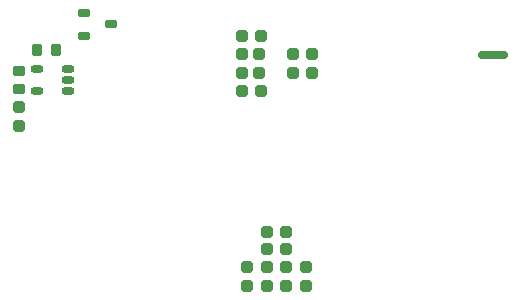
<source format=gbp>
%FSLAX44Y44*%
%MOMM*%
G71*
G01*
G75*
G04 Layer_Color=128*
G04:AMPARAMS|DCode=10|XSize=1.6mm|YSize=2mm|CornerRadius=0.248mm|HoleSize=0mm|Usage=FLASHONLY|Rotation=180.000|XOffset=0mm|YOffset=0mm|HoleType=Round|Shape=RoundedRectangle|*
%AMROUNDEDRECTD10*
21,1,1.6000,1.5040,0,0,180.0*
21,1,1.1040,2.0000,0,0,180.0*
1,1,0.4960,-0.5520,0.7520*
1,1,0.4960,0.5520,0.7520*
1,1,0.4960,0.5520,-0.7520*
1,1,0.4960,-0.5520,-0.7520*
%
%ADD10ROUNDEDRECTD10*%
G04:AMPARAMS|DCode=11|XSize=1mm|YSize=0.95mm|CornerRadius=0.1995mm|HoleSize=0mm|Usage=FLASHONLY|Rotation=0.000|XOffset=0mm|YOffset=0mm|HoleType=Round|Shape=RoundedRectangle|*
%AMROUNDEDRECTD11*
21,1,1.0000,0.5510,0,0,0.0*
21,1,0.6010,0.9500,0,0,0.0*
1,1,0.3990,0.3005,-0.2755*
1,1,0.3990,-0.3005,-0.2755*
1,1,0.3990,-0.3005,0.2755*
1,1,0.3990,0.3005,0.2755*
%
%ADD11ROUNDEDRECTD11*%
G04:AMPARAMS|DCode=12|XSize=1.05mm|YSize=0.65mm|CornerRadius=0.2015mm|HoleSize=0mm|Usage=FLASHONLY|Rotation=90.000|XOffset=0mm|YOffset=0mm|HoleType=Round|Shape=RoundedRectangle|*
%AMROUNDEDRECTD12*
21,1,1.0500,0.2470,0,0,90.0*
21,1,0.6470,0.6500,0,0,90.0*
1,1,0.4030,0.1235,0.3235*
1,1,0.4030,0.1235,-0.3235*
1,1,0.4030,-0.1235,-0.3235*
1,1,0.4030,-0.1235,0.3235*
%
%ADD12ROUNDEDRECTD12*%
G04:AMPARAMS|DCode=13|XSize=1mm|YSize=0.9mm|CornerRadius=0.198mm|HoleSize=0mm|Usage=FLASHONLY|Rotation=180.000|XOffset=0mm|YOffset=0mm|HoleType=Round|Shape=RoundedRectangle|*
%AMROUNDEDRECTD13*
21,1,1.0000,0.5040,0,0,180.0*
21,1,0.6040,0.9000,0,0,180.0*
1,1,0.3960,-0.3020,0.2520*
1,1,0.3960,0.3020,0.2520*
1,1,0.3960,0.3020,-0.2520*
1,1,0.3960,-0.3020,-0.2520*
%
%ADD13ROUNDEDRECTD13*%
G04:AMPARAMS|DCode=14|XSize=1.05mm|YSize=0.65mm|CornerRadius=0.2015mm|HoleSize=0mm|Usage=FLASHONLY|Rotation=180.000|XOffset=0mm|YOffset=0mm|HoleType=Round|Shape=RoundedRectangle|*
%AMROUNDEDRECTD14*
21,1,1.0500,0.2470,0,0,180.0*
21,1,0.6470,0.6500,0,0,180.0*
1,1,0.4030,-0.3235,0.1235*
1,1,0.4030,0.3235,0.1235*
1,1,0.4030,0.3235,-0.1235*
1,1,0.4030,-0.3235,-0.1235*
%
%ADD14ROUNDEDRECTD14*%
G04:AMPARAMS|DCode=15|XSize=1mm|YSize=0.9mm|CornerRadius=0.198mm|HoleSize=0mm|Usage=FLASHONLY|Rotation=90.000|XOffset=0mm|YOffset=0mm|HoleType=Round|Shape=RoundedRectangle|*
%AMROUNDEDRECTD15*
21,1,1.0000,0.5040,0,0,90.0*
21,1,0.6040,0.9000,0,0,90.0*
1,1,0.3960,0.2520,0.3020*
1,1,0.3960,0.2520,-0.3020*
1,1,0.3960,-0.2520,-0.3020*
1,1,0.3960,-0.2520,0.3020*
%
%ADD15ROUNDEDRECTD15*%
G04:AMPARAMS|DCode=16|XSize=3.3mm|YSize=2.5mm|CornerRadius=0.2mm|HoleSize=0mm|Usage=FLASHONLY|Rotation=270.000|XOffset=0mm|YOffset=0mm|HoleType=Round|Shape=RoundedRectangle|*
%AMROUNDEDRECTD16*
21,1,3.3000,2.1000,0,0,270.0*
21,1,2.9000,2.5000,0,0,270.0*
1,1,0.4000,-1.0500,-1.4500*
1,1,0.4000,-1.0500,1.4500*
1,1,0.4000,1.0500,1.4500*
1,1,0.4000,1.0500,-1.4500*
%
%ADD16ROUNDEDRECTD16*%
G04:AMPARAMS|DCode=17|XSize=1.45mm|YSize=1.15mm|CornerRadius=0.2013mm|HoleSize=0mm|Usage=FLASHONLY|Rotation=270.000|XOffset=0mm|YOffset=0mm|HoleType=Round|Shape=RoundedRectangle|*
%AMROUNDEDRECTD17*
21,1,1.4500,0.7475,0,0,270.0*
21,1,1.0475,1.1500,0,0,270.0*
1,1,0.4025,-0.3738,-0.5238*
1,1,0.4025,-0.3738,0.5238*
1,1,0.4025,0.3738,0.5238*
1,1,0.4025,0.3738,-0.5238*
%
%ADD17ROUNDEDRECTD17*%
G04:AMPARAMS|DCode=18|XSize=1.2mm|YSize=0.6mm|CornerRadius=0.201mm|HoleSize=0mm|Usage=FLASHONLY|Rotation=270.000|XOffset=0mm|YOffset=0mm|HoleType=Round|Shape=RoundedRectangle|*
%AMROUNDEDRECTD18*
21,1,1.2000,0.1980,0,0,270.0*
21,1,0.7980,0.6000,0,0,270.0*
1,1,0.4020,-0.0990,-0.3990*
1,1,0.4020,-0.0990,0.3990*
1,1,0.4020,0.0990,0.3990*
1,1,0.4020,0.0990,-0.3990*
%
%ADD18ROUNDEDRECTD18*%
G04:AMPARAMS|DCode=19|XSize=1.9mm|YSize=1.2mm|CornerRadius=0.198mm|HoleSize=0mm|Usage=FLASHONLY|Rotation=0.000|XOffset=0mm|YOffset=0mm|HoleType=Round|Shape=RoundedRectangle|*
%AMROUNDEDRECTD19*
21,1,1.9000,0.8040,0,0,0.0*
21,1,1.5040,1.2000,0,0,0.0*
1,1,0.3960,0.7520,-0.4020*
1,1,0.3960,-0.7520,-0.4020*
1,1,0.3960,-0.7520,0.4020*
1,1,0.3960,0.7520,0.4020*
%
%ADD19ROUNDEDRECTD19*%
G04:AMPARAMS|DCode=20|XSize=2.5mm|YSize=1.7mm|CornerRadius=0.204mm|HoleSize=0mm|Usage=FLASHONLY|Rotation=270.000|XOffset=0mm|YOffset=0mm|HoleType=Round|Shape=RoundedRectangle|*
%AMROUNDEDRECTD20*
21,1,2.5000,1.2920,0,0,270.0*
21,1,2.0920,1.7000,0,0,270.0*
1,1,0.4080,-0.6460,-1.0460*
1,1,0.4080,-0.6460,1.0460*
1,1,0.4080,0.6460,1.0460*
1,1,0.4080,0.6460,-1.0460*
%
%ADD20ROUNDEDRECTD20*%
G04:AMPARAMS|DCode=21|XSize=2.7mm|YSize=1.2mm|CornerRadius=0.21mm|HoleSize=0mm|Usage=FLASHONLY|Rotation=90.000|XOffset=0mm|YOffset=0mm|HoleType=Round|Shape=RoundedRectangle|*
%AMROUNDEDRECTD21*
21,1,2.7000,0.7800,0,0,90.0*
21,1,2.2800,1.2000,0,0,90.0*
1,1,0.4200,0.3900,1.1400*
1,1,0.4200,0.3900,-1.1400*
1,1,0.4200,-0.3900,-1.1400*
1,1,0.4200,-0.3900,1.1400*
%
%ADD21ROUNDEDRECTD21*%
G04:AMPARAMS|DCode=22|XSize=1mm|YSize=0.95mm|CornerRadius=0.1995mm|HoleSize=0mm|Usage=FLASHONLY|Rotation=270.000|XOffset=0mm|YOffset=0mm|HoleType=Round|Shape=RoundedRectangle|*
%AMROUNDEDRECTD22*
21,1,1.0000,0.5510,0,0,270.0*
21,1,0.6010,0.9500,0,0,270.0*
1,1,0.3990,-0.2755,-0.3005*
1,1,0.3990,-0.2755,0.3005*
1,1,0.3990,0.2755,0.3005*
1,1,0.3990,0.2755,-0.3005*
%
%ADD22ROUNDEDRECTD22*%
G04:AMPARAMS|DCode=23|XSize=0.7mm|YSize=1mm|CornerRadius=0.175mm|HoleSize=0mm|Usage=FLASHONLY|Rotation=90.000|XOffset=0mm|YOffset=0mm|HoleType=Round|Shape=RoundedRectangle|*
%AMROUNDEDRECTD23*
21,1,0.7000,0.6500,0,0,90.0*
21,1,0.3500,1.0000,0,0,90.0*
1,1,0.3500,0.3250,0.1750*
1,1,0.3500,0.3250,-0.1750*
1,1,0.3500,-0.3250,-0.1750*
1,1,0.3500,-0.3250,0.1750*
%
%ADD23ROUNDEDRECTD23*%
G04:AMPARAMS|DCode=24|XSize=0.8mm|YSize=2mm|CornerRadius=0.2mm|HoleSize=0mm|Usage=FLASHONLY|Rotation=90.000|XOffset=0mm|YOffset=0mm|HoleType=Round|Shape=RoundedRectangle|*
%AMROUNDEDRECTD24*
21,1,0.8000,1.6000,0,0,90.0*
21,1,0.4000,2.0000,0,0,90.0*
1,1,0.4000,0.8000,0.2000*
1,1,0.4000,0.8000,-0.2000*
1,1,0.4000,-0.8000,-0.2000*
1,1,0.4000,-0.8000,0.2000*
%
%ADD24ROUNDEDRECTD24*%
G04:AMPARAMS|DCode=25|XSize=1.45mm|YSize=0.95mm|CornerRadius=0.1995mm|HoleSize=0mm|Usage=FLASHONLY|Rotation=0.000|XOffset=0mm|YOffset=0mm|HoleType=Round|Shape=RoundedRectangle|*
%AMROUNDEDRECTD25*
21,1,1.4500,0.5510,0,0,0.0*
21,1,1.0510,0.9500,0,0,0.0*
1,1,0.3990,0.5255,-0.2755*
1,1,0.3990,-0.5255,-0.2755*
1,1,0.3990,-0.5255,0.2755*
1,1,0.3990,0.5255,0.2755*
%
%ADD25ROUNDEDRECTD25*%
%ADD26O,1.5500X0.6000*%
G04:AMPARAMS|DCode=27|XSize=5.2mm|YSize=2mm|CornerRadius=0.25mm|HoleSize=0mm|Usage=FLASHONLY|Rotation=270.000|XOffset=0mm|YOffset=0mm|HoleType=Round|Shape=RoundedRectangle|*
%AMROUNDEDRECTD27*
21,1,5.2000,1.5000,0,0,270.0*
21,1,4.7000,2.0000,0,0,270.0*
1,1,0.5000,-0.7500,-2.3500*
1,1,0.5000,-0.7500,2.3500*
1,1,0.5000,0.7500,2.3500*
1,1,0.5000,0.7500,-2.3500*
%
%ADD27ROUNDEDRECTD27*%
G04:AMPARAMS|DCode=28|XSize=2.5mm|YSize=1.7mm|CornerRadius=0.204mm|HoleSize=0mm|Usage=FLASHONLY|Rotation=180.000|XOffset=0mm|YOffset=0mm|HoleType=Round|Shape=RoundedRectangle|*
%AMROUNDEDRECTD28*
21,1,2.5000,1.2920,0,0,180.0*
21,1,2.0920,1.7000,0,0,180.0*
1,1,0.4080,-1.0460,0.6460*
1,1,0.4080,1.0460,0.6460*
1,1,0.4080,1.0460,-0.6460*
1,1,0.4080,-1.0460,-0.6460*
%
%ADD28ROUNDEDRECTD28*%
G04:AMPARAMS|DCode=29|XSize=3.3mm|YSize=1.65mm|CornerRadius=0.198mm|HoleSize=0mm|Usage=FLASHONLY|Rotation=180.000|XOffset=0mm|YOffset=0mm|HoleType=Round|Shape=RoundedRectangle|*
%AMROUNDEDRECTD29*
21,1,3.3000,1.2540,0,0,180.0*
21,1,2.9040,1.6500,0,0,180.0*
1,1,0.3960,-1.4520,0.6270*
1,1,0.3960,1.4520,0.6270*
1,1,0.3960,1.4520,-0.6270*
1,1,0.3960,-1.4520,-0.6270*
%
%ADD29ROUNDEDRECTD29*%
G04:AMPARAMS|DCode=30|XSize=1.2mm|YSize=2mm|CornerRadius=0.3mm|HoleSize=0mm|Usage=FLASHONLY|Rotation=270.000|XOffset=0mm|YOffset=0mm|HoleType=Round|Shape=RoundedRectangle|*
%AMROUNDEDRECTD30*
21,1,1.2000,1.4000,0,0,270.0*
21,1,0.6000,2.0000,0,0,270.0*
1,1,0.6000,-0.7000,-0.3000*
1,1,0.6000,-0.7000,0.3000*
1,1,0.6000,0.7000,0.3000*
1,1,0.6000,0.7000,-0.3000*
%
%ADD30ROUNDEDRECTD30*%
%ADD31O,2.5000X0.7000*%
%ADD32O,0.7000X2.5000*%
G04:AMPARAMS|DCode=33|XSize=0.67mm|YSize=0.67mm|CornerRadius=0.1508mm|HoleSize=0mm|Usage=FLASHONLY|Rotation=180.000|XOffset=0mm|YOffset=0mm|HoleType=Round|Shape=RoundedRectangle|*
%AMROUNDEDRECTD33*
21,1,0.6700,0.3685,0,0,180.0*
21,1,0.3685,0.6700,0,0,180.0*
1,1,0.3015,-0.1843,0.1843*
1,1,0.3015,0.1843,0.1843*
1,1,0.3015,0.1843,-0.1843*
1,1,0.3015,-0.1843,-0.1843*
%
%ADD33ROUNDEDRECTD33*%
G04:AMPARAMS|DCode=34|XSize=1.1mm|YSize=0.6mm|CornerRadius=0.201mm|HoleSize=0mm|Usage=FLASHONLY|Rotation=0.000|XOffset=0mm|YOffset=0mm|HoleType=Round|Shape=RoundedRectangle|*
%AMROUNDEDRECTD34*
21,1,1.1000,0.1980,0,0,0.0*
21,1,0.6980,0.6000,0,0,0.0*
1,1,0.4020,0.3490,-0.0990*
1,1,0.4020,-0.3490,-0.0990*
1,1,0.4020,-0.3490,0.0990*
1,1,0.4020,0.3490,0.0990*
%
%ADD34ROUNDEDRECTD34*%
%ADD35O,1.5000X0.5000*%
%ADD36O,0.5000X2.5000*%
G04:AMPARAMS|DCode=37|XSize=0.7mm|YSize=1.5mm|CornerRadius=0.175mm|HoleSize=0mm|Usage=FLASHONLY|Rotation=90.000|XOffset=0mm|YOffset=0mm|HoleType=Round|Shape=RoundedRectangle|*
%AMROUNDEDRECTD37*
21,1,0.7000,1.1500,0,0,90.0*
21,1,0.3500,1.5000,0,0,90.0*
1,1,0.3500,0.5750,0.1750*
1,1,0.3500,0.5750,-0.1750*
1,1,0.3500,-0.5750,-0.1750*
1,1,0.3500,-0.5750,0.1750*
%
%ADD37ROUNDEDRECTD37*%
%ADD38O,2.5000X0.5000*%
%ADD39C,0.5000*%
%ADD40C,0.4000*%
%ADD41C,0.8000*%
%ADD42C,0.6000*%
%ADD43C,0.6500*%
%ADD44C,0.2500*%
%ADD45C,0.7000*%
%ADD46C,1.5000*%
%ADD47C,2.0000*%
%ADD48C,2.0000*%
%ADD49C,2.2000*%
%ADD50C,1.3000*%
G04:AMPARAMS|DCode=51|XSize=1.3mm|YSize=1.3mm|CornerRadius=0.325mm|HoleSize=0mm|Usage=FLASHONLY|Rotation=0.000|XOffset=0mm|YOffset=0mm|HoleType=Round|Shape=RoundedRectangle|*
%AMROUNDEDRECTD51*
21,1,1.3000,0.6500,0,0,0.0*
21,1,0.6500,1.3000,0,0,0.0*
1,1,0.6500,0.3250,-0.3250*
1,1,0.6500,-0.3250,-0.3250*
1,1,0.6500,-0.3250,0.3250*
1,1,0.6500,0.3250,0.3250*
%
%ADD51ROUNDEDRECTD51*%
G04:AMPARAMS|DCode=52|XSize=1.3mm|YSize=1.3mm|CornerRadius=0.1625mm|HoleSize=0mm|Usage=FLASHONLY|Rotation=270.000|XOffset=0mm|YOffset=0mm|HoleType=Round|Shape=RoundedRectangle|*
%AMROUNDEDRECTD52*
21,1,1.3000,0.9750,0,0,270.0*
21,1,0.9750,1.3000,0,0,270.0*
1,1,0.3250,-0.4875,-0.4875*
1,1,0.3250,-0.4875,0.4875*
1,1,0.3250,0.4875,0.4875*
1,1,0.3250,0.4875,-0.4875*
%
%ADD52ROUNDEDRECTD52*%
%ADD53R,2.5000X5.0000*%
%ADD54R,5.0000X2.5000*%
%ADD55O,2.0000X1.3000*%
%ADD56R,1.6000X1.6000*%
%ADD57C,1.6000*%
G04:AMPARAMS|DCode=58|XSize=1.6mm|YSize=1.6mm|CornerRadius=0.2mm|HoleSize=0mm|Usage=FLASHONLY|Rotation=270.000|XOffset=0mm|YOffset=0mm|HoleType=Round|Shape=RoundedRectangle|*
%AMROUNDEDRECTD58*
21,1,1.6000,1.2000,0,0,270.0*
21,1,1.2000,1.6000,0,0,270.0*
1,1,0.4000,-0.6000,-0.6000*
1,1,0.4000,-0.6000,0.6000*
1,1,0.4000,0.6000,0.6000*
1,1,0.4000,0.6000,-0.6000*
%
%ADD58ROUNDEDRECTD58*%
%ADD59C,1.8000*%
G04:AMPARAMS|DCode=60|XSize=1.4mm|YSize=1.4mm|CornerRadius=0.175mm|HoleSize=0mm|Usage=FLASHONLY|Rotation=270.000|XOffset=0mm|YOffset=0mm|HoleType=Round|Shape=RoundedRectangle|*
%AMROUNDEDRECTD60*
21,1,1.4000,1.0500,0,0,270.0*
21,1,1.0500,1.4000,0,0,270.0*
1,1,0.3500,-0.5250,-0.5250*
1,1,0.3500,-0.5250,0.5250*
1,1,0.3500,0.5250,0.5250*
1,1,0.3500,0.5250,-0.5250*
%
%ADD60ROUNDEDRECTD60*%
%ADD61C,2.5000*%
G04:AMPARAMS|DCode=62|XSize=1mm|YSize=1mm|CornerRadius=0.25mm|HoleSize=0mm|Usage=FLASHONLY|Rotation=180.000|XOffset=0mm|YOffset=0mm|HoleType=Round|Shape=RoundedRectangle|*
%AMROUNDEDRECTD62*
21,1,1.0000,0.5000,0,0,180.0*
21,1,0.5000,1.0000,0,0,180.0*
1,1,0.5000,-0.2500,0.2500*
1,1,0.5000,0.2500,0.2500*
1,1,0.5000,0.2500,-0.2500*
1,1,0.5000,-0.2500,-0.2500*
%
%ADD62ROUNDEDRECTD62*%
%ADD63C,7.0000*%
%ADD64C,1.0000*%
G04:AMPARAMS|DCode=65|XSize=0.7mm|YSize=2.5mm|CornerRadius=0.175mm|HoleSize=0mm|Usage=FLASHONLY|Rotation=270.000|XOffset=0mm|YOffset=0mm|HoleType=Round|Shape=RoundedRectangle|*
%AMROUNDEDRECTD65*
21,1,0.7000,2.1500,0,0,270.0*
21,1,0.3500,2.5000,0,0,270.0*
1,1,0.3500,-1.0750,-0.1750*
1,1,0.3500,-1.0750,0.1750*
1,1,0.3500,1.0750,0.1750*
1,1,0.3500,1.0750,-0.1750*
%
%ADD65ROUNDEDRECTD65*%
%ADD66C,0.2000*%
%ADD67C,0.3000*%
%ADD68C,0.1500*%
%ADD69C,0.1000*%
%ADD70C,0.2540*%
G04:AMPARAMS|DCode=71|XSize=1.75mm|YSize=2.15mm|CornerRadius=0.323mm|HoleSize=0mm|Usage=FLASHONLY|Rotation=180.000|XOffset=0mm|YOffset=0mm|HoleType=Round|Shape=RoundedRectangle|*
%AMROUNDEDRECTD71*
21,1,1.7500,1.5040,0,0,180.0*
21,1,1.1040,2.1500,0,0,180.0*
1,1,0.6460,-0.5520,0.7520*
1,1,0.6460,0.5520,0.7520*
1,1,0.6460,0.5520,-0.7520*
1,1,0.6460,-0.5520,-0.7520*
%
%ADD71ROUNDEDRECTD71*%
G04:AMPARAMS|DCode=72|XSize=1.15mm|YSize=1.1mm|CornerRadius=0.2745mm|HoleSize=0mm|Usage=FLASHONLY|Rotation=0.000|XOffset=0mm|YOffset=0mm|HoleType=Round|Shape=RoundedRectangle|*
%AMROUNDEDRECTD72*
21,1,1.1500,0.5510,0,0,0.0*
21,1,0.6010,1.1000,0,0,0.0*
1,1,0.5490,0.3005,-0.2755*
1,1,0.5490,-0.3005,-0.2755*
1,1,0.5490,-0.3005,0.2755*
1,1,0.5490,0.3005,0.2755*
%
%ADD72ROUNDEDRECTD72*%
G04:AMPARAMS|DCode=73|XSize=1.2mm|YSize=0.8mm|CornerRadius=0.2765mm|HoleSize=0mm|Usage=FLASHONLY|Rotation=90.000|XOffset=0mm|YOffset=0mm|HoleType=Round|Shape=RoundedRectangle|*
%AMROUNDEDRECTD73*
21,1,1.2000,0.2470,0,0,90.0*
21,1,0.6470,0.8000,0,0,90.0*
1,1,0.5530,0.1235,0.3235*
1,1,0.5530,0.1235,-0.3235*
1,1,0.5530,-0.1235,-0.3235*
1,1,0.5530,-0.1235,0.3235*
%
%ADD73ROUNDEDRECTD73*%
G04:AMPARAMS|DCode=74|XSize=1.15mm|YSize=1.05mm|CornerRadius=0.273mm|HoleSize=0mm|Usage=FLASHONLY|Rotation=180.000|XOffset=0mm|YOffset=0mm|HoleType=Round|Shape=RoundedRectangle|*
%AMROUNDEDRECTD74*
21,1,1.1500,0.5040,0,0,180.0*
21,1,0.6040,1.0500,0,0,180.0*
1,1,0.5460,-0.3020,0.2520*
1,1,0.5460,0.3020,0.2520*
1,1,0.5460,0.3020,-0.2520*
1,1,0.5460,-0.3020,-0.2520*
%
%ADD74ROUNDEDRECTD74*%
G04:AMPARAMS|DCode=75|XSize=1.2mm|YSize=0.8mm|CornerRadius=0.2765mm|HoleSize=0mm|Usage=FLASHONLY|Rotation=180.000|XOffset=0mm|YOffset=0mm|HoleType=Round|Shape=RoundedRectangle|*
%AMROUNDEDRECTD75*
21,1,1.2000,0.2470,0,0,180.0*
21,1,0.6470,0.8000,0,0,180.0*
1,1,0.5530,-0.3235,0.1235*
1,1,0.5530,0.3235,0.1235*
1,1,0.5530,0.3235,-0.1235*
1,1,0.5530,-0.3235,-0.1235*
%
%ADD75ROUNDEDRECTD75*%
G04:AMPARAMS|DCode=76|XSize=1.15mm|YSize=1.05mm|CornerRadius=0.273mm|HoleSize=0mm|Usage=FLASHONLY|Rotation=90.000|XOffset=0mm|YOffset=0mm|HoleType=Round|Shape=RoundedRectangle|*
%AMROUNDEDRECTD76*
21,1,1.1500,0.5040,0,0,90.0*
21,1,0.6040,1.0500,0,0,90.0*
1,1,0.5460,0.2520,0.3020*
1,1,0.5460,0.2520,-0.3020*
1,1,0.5460,-0.2520,-0.3020*
1,1,0.5460,-0.2520,0.3020*
%
%ADD76ROUNDEDRECTD76*%
G04:AMPARAMS|DCode=77|XSize=3.45mm|YSize=2.65mm|CornerRadius=0.275mm|HoleSize=0mm|Usage=FLASHONLY|Rotation=270.000|XOffset=0mm|YOffset=0mm|HoleType=Round|Shape=RoundedRectangle|*
%AMROUNDEDRECTD77*
21,1,3.4500,2.1000,0,0,270.0*
21,1,2.9000,2.6500,0,0,270.0*
1,1,0.5500,-1.0500,-1.4500*
1,1,0.5500,-1.0500,1.4500*
1,1,0.5500,1.0500,1.4500*
1,1,0.5500,1.0500,-1.4500*
%
%ADD77ROUNDEDRECTD77*%
G04:AMPARAMS|DCode=78|XSize=1.6mm|YSize=1.3mm|CornerRadius=0.2763mm|HoleSize=0mm|Usage=FLASHONLY|Rotation=270.000|XOffset=0mm|YOffset=0mm|HoleType=Round|Shape=RoundedRectangle|*
%AMROUNDEDRECTD78*
21,1,1.6000,0.7475,0,0,270.0*
21,1,1.0475,1.3000,0,0,270.0*
1,1,0.5525,-0.3738,-0.5238*
1,1,0.5525,-0.3738,0.5238*
1,1,0.5525,0.3738,0.5238*
1,1,0.5525,0.3738,-0.5238*
%
%ADD78ROUNDEDRECTD78*%
G04:AMPARAMS|DCode=79|XSize=1.35mm|YSize=0.75mm|CornerRadius=0.276mm|HoleSize=0mm|Usage=FLASHONLY|Rotation=270.000|XOffset=0mm|YOffset=0mm|HoleType=Round|Shape=RoundedRectangle|*
%AMROUNDEDRECTD79*
21,1,1.3500,0.1980,0,0,270.0*
21,1,0.7980,0.7500,0,0,270.0*
1,1,0.5520,-0.0990,-0.3990*
1,1,0.5520,-0.0990,0.3990*
1,1,0.5520,0.0990,0.3990*
1,1,0.5520,0.0990,-0.3990*
%
%ADD79ROUNDEDRECTD79*%
G04:AMPARAMS|DCode=80|XSize=2.05mm|YSize=1.35mm|CornerRadius=0.273mm|HoleSize=0mm|Usage=FLASHONLY|Rotation=0.000|XOffset=0mm|YOffset=0mm|HoleType=Round|Shape=RoundedRectangle|*
%AMROUNDEDRECTD80*
21,1,2.0500,0.8040,0,0,0.0*
21,1,1.5040,1.3500,0,0,0.0*
1,1,0.5460,0.7520,-0.4020*
1,1,0.5460,-0.7520,-0.4020*
1,1,0.5460,-0.7520,0.4020*
1,1,0.5460,0.7520,0.4020*
%
%ADD80ROUNDEDRECTD80*%
G04:AMPARAMS|DCode=81|XSize=2.65mm|YSize=1.85mm|CornerRadius=0.279mm|HoleSize=0mm|Usage=FLASHONLY|Rotation=270.000|XOffset=0mm|YOffset=0mm|HoleType=Round|Shape=RoundedRectangle|*
%AMROUNDEDRECTD81*
21,1,2.6500,1.2920,0,0,270.0*
21,1,2.0920,1.8500,0,0,270.0*
1,1,0.5580,-0.6460,-1.0460*
1,1,0.5580,-0.6460,1.0460*
1,1,0.5580,0.6460,1.0460*
1,1,0.5580,0.6460,-1.0460*
%
%ADD81ROUNDEDRECTD81*%
G04:AMPARAMS|DCode=82|XSize=2.85mm|YSize=1.35mm|CornerRadius=0.285mm|HoleSize=0mm|Usage=FLASHONLY|Rotation=90.000|XOffset=0mm|YOffset=0mm|HoleType=Round|Shape=RoundedRectangle|*
%AMROUNDEDRECTD82*
21,1,2.8500,0.7800,0,0,90.0*
21,1,2.2800,1.3500,0,0,90.0*
1,1,0.5700,0.3900,1.1400*
1,1,0.5700,0.3900,-1.1400*
1,1,0.5700,-0.3900,-1.1400*
1,1,0.5700,-0.3900,1.1400*
%
%ADD82ROUNDEDRECTD82*%
G04:AMPARAMS|DCode=83|XSize=1.15mm|YSize=1.1mm|CornerRadius=0.2745mm|HoleSize=0mm|Usage=FLASHONLY|Rotation=270.000|XOffset=0mm|YOffset=0mm|HoleType=Round|Shape=RoundedRectangle|*
%AMROUNDEDRECTD83*
21,1,1.1500,0.5510,0,0,270.0*
21,1,0.6010,1.1000,0,0,270.0*
1,1,0.5490,-0.2755,-0.3005*
1,1,0.5490,-0.2755,0.3005*
1,1,0.5490,0.2755,0.3005*
1,1,0.5490,0.2755,-0.3005*
%
%ADD83ROUNDEDRECTD83*%
G04:AMPARAMS|DCode=84|XSize=0.9032mm|YSize=1.2032mm|CornerRadius=0.2766mm|HoleSize=0mm|Usage=FLASHONLY|Rotation=90.000|XOffset=0mm|YOffset=0mm|HoleType=Round|Shape=RoundedRectangle|*
%AMROUNDEDRECTD84*
21,1,0.9032,0.6500,0,0,90.0*
21,1,0.3500,1.2032,0,0,90.0*
1,1,0.5532,0.3250,0.1750*
1,1,0.5532,0.3250,-0.1750*
1,1,0.5532,-0.3250,-0.1750*
1,1,0.5532,-0.3250,0.1750*
%
%ADD84ROUNDEDRECTD84*%
G04:AMPARAMS|DCode=85|XSize=1.0032mm|YSize=2.2032mm|CornerRadius=0.3016mm|HoleSize=0mm|Usage=FLASHONLY|Rotation=90.000|XOffset=0mm|YOffset=0mm|HoleType=Round|Shape=RoundedRectangle|*
%AMROUNDEDRECTD85*
21,1,1.0032,1.6000,0,0,90.0*
21,1,0.4000,2.2032,0,0,90.0*
1,1,0.6032,0.8000,0.2000*
1,1,0.6032,0.8000,-0.2000*
1,1,0.6032,-0.8000,-0.2000*
1,1,0.6032,-0.8000,0.2000*
%
%ADD85ROUNDEDRECTD85*%
G04:AMPARAMS|DCode=86|XSize=1.55mm|YSize=1.05mm|CornerRadius=0.2495mm|HoleSize=0mm|Usage=FLASHONLY|Rotation=0.000|XOffset=0mm|YOffset=0mm|HoleType=Round|Shape=RoundedRectangle|*
%AMROUNDEDRECTD86*
21,1,1.5500,0.5510,0,0,0.0*
21,1,1.0510,1.0500,0,0,0.0*
1,1,0.4990,0.5255,-0.2755*
1,1,0.4990,-0.5255,-0.2755*
1,1,0.4990,-0.5255,0.2755*
1,1,0.4990,0.5255,0.2755*
%
%ADD86ROUNDEDRECTD86*%
%ADD87O,1.7000X0.7500*%
G04:AMPARAMS|DCode=88|XSize=5.35mm|YSize=2.15mm|CornerRadius=0.325mm|HoleSize=0mm|Usage=FLASHONLY|Rotation=270.000|XOffset=0mm|YOffset=0mm|HoleType=Round|Shape=RoundedRectangle|*
%AMROUNDEDRECTD88*
21,1,5.3500,1.5000,0,0,270.0*
21,1,4.7000,2.1500,0,0,270.0*
1,1,0.6500,-0.7500,-2.3500*
1,1,0.6500,-0.7500,2.3500*
1,1,0.6500,0.7500,2.3500*
1,1,0.6500,0.7500,-2.3500*
%
%ADD88ROUNDEDRECTD88*%
G04:AMPARAMS|DCode=89|XSize=2.65mm|YSize=1.85mm|CornerRadius=0.279mm|HoleSize=0mm|Usage=FLASHONLY|Rotation=180.000|XOffset=0mm|YOffset=0mm|HoleType=Round|Shape=RoundedRectangle|*
%AMROUNDEDRECTD89*
21,1,2.6500,1.2920,0,0,180.0*
21,1,2.0920,1.8500,0,0,180.0*
1,1,0.5580,-1.0460,0.6460*
1,1,0.5580,1.0460,0.6460*
1,1,0.5580,1.0460,-0.6460*
1,1,0.5580,-1.0460,-0.6460*
%
%ADD89ROUNDEDRECTD89*%
G04:AMPARAMS|DCode=90|XSize=3.45mm|YSize=1.8mm|CornerRadius=0.273mm|HoleSize=0mm|Usage=FLASHONLY|Rotation=180.000|XOffset=0mm|YOffset=0mm|HoleType=Round|Shape=RoundedRectangle|*
%AMROUNDEDRECTD90*
21,1,3.4500,1.2540,0,0,180.0*
21,1,2.9040,1.8000,0,0,180.0*
1,1,0.5460,-1.4520,0.6270*
1,1,0.5460,1.4520,0.6270*
1,1,0.5460,1.4520,-0.6270*
1,1,0.5460,-1.4520,-0.6270*
%
%ADD90ROUNDEDRECTD90*%
G04:AMPARAMS|DCode=91|XSize=1.3mm|YSize=2.1mm|CornerRadius=0.35mm|HoleSize=0mm|Usage=FLASHONLY|Rotation=270.000|XOffset=0mm|YOffset=0mm|HoleType=Round|Shape=RoundedRectangle|*
%AMROUNDEDRECTD91*
21,1,1.3000,1.4000,0,0,270.0*
21,1,0.6000,2.1000,0,0,270.0*
1,1,0.7000,-0.7000,-0.3000*
1,1,0.7000,-0.7000,0.3000*
1,1,0.7000,0.7000,0.3000*
1,1,0.7000,0.7000,-0.3000*
%
%ADD91ROUNDEDRECTD91*%
%ADD92O,2.6500X0.8500*%
%ADD93O,0.8500X2.6500*%
G04:AMPARAMS|DCode=94|XSize=0.77mm|YSize=0.77mm|CornerRadius=0.2008mm|HoleSize=0mm|Usage=FLASHONLY|Rotation=180.000|XOffset=0mm|YOffset=0mm|HoleType=Round|Shape=RoundedRectangle|*
%AMROUNDEDRECTD94*
21,1,0.7700,0.3685,0,0,180.0*
21,1,0.3685,0.7700,0,0,180.0*
1,1,0.4015,-0.1843,0.1843*
1,1,0.4015,0.1843,0.1843*
1,1,0.4015,0.1843,-0.1843*
1,1,0.4015,-0.1843,-0.1843*
%
%ADD94ROUNDEDRECTD94*%
G04:AMPARAMS|DCode=95|XSize=1.25mm|YSize=0.75mm|CornerRadius=0.276mm|HoleSize=0mm|Usage=FLASHONLY|Rotation=0.000|XOffset=0mm|YOffset=0mm|HoleType=Round|Shape=RoundedRectangle|*
%AMROUNDEDRECTD95*
21,1,1.2500,0.1980,0,0,0.0*
21,1,0.6980,0.7500,0,0,0.0*
1,1,0.5520,0.3490,-0.0990*
1,1,0.5520,-0.3490,-0.0990*
1,1,0.5520,-0.3490,0.0990*
1,1,0.5520,0.3490,0.0990*
%
%ADD95ROUNDEDRECTD95*%
%ADD96C,2.1500*%
%ADD97C,2.3500*%
%ADD98C,1.4500*%
G04:AMPARAMS|DCode=99|XSize=1.45mm|YSize=1.45mm|CornerRadius=0.4mm|HoleSize=0mm|Usage=FLASHONLY|Rotation=0.000|XOffset=0mm|YOffset=0mm|HoleType=Round|Shape=RoundedRectangle|*
%AMROUNDEDRECTD99*
21,1,1.4500,0.6500,0,0,0.0*
21,1,0.6500,1.4500,0,0,0.0*
1,1,0.8000,0.3250,-0.3250*
1,1,0.8000,-0.3250,-0.3250*
1,1,0.8000,-0.3250,0.3250*
1,1,0.8000,0.3250,0.3250*
%
%ADD99ROUNDEDRECTD99*%
G04:AMPARAMS|DCode=100|XSize=1.45mm|YSize=1.45mm|CornerRadius=0.2375mm|HoleSize=0mm|Usage=FLASHONLY|Rotation=270.000|XOffset=0mm|YOffset=0mm|HoleType=Round|Shape=RoundedRectangle|*
%AMROUNDEDRECTD100*
21,1,1.4500,0.9750,0,0,270.0*
21,1,0.9750,1.4500,0,0,270.0*
1,1,0.4750,-0.4875,-0.4875*
1,1,0.4750,-0.4875,0.4875*
1,1,0.4750,0.4875,0.4875*
1,1,0.4750,0.4875,-0.4875*
%
%ADD100ROUNDEDRECTD100*%
%ADD101R,2.6500X5.1500*%
%ADD102R,5.1500X2.6500*%
%ADD103O,2.1500X1.4500*%
%ADD104R,1.7500X1.7500*%
%ADD105C,1.7500*%
G04:AMPARAMS|DCode=106|XSize=1.75mm|YSize=1.75mm|CornerRadius=0.275mm|HoleSize=0mm|Usage=FLASHONLY|Rotation=270.000|XOffset=0mm|YOffset=0mm|HoleType=Round|Shape=RoundedRectangle|*
%AMROUNDEDRECTD106*
21,1,1.7500,1.2000,0,0,270.0*
21,1,1.2000,1.7500,0,0,270.0*
1,1,0.5500,-0.6000,-0.6000*
1,1,0.5500,-0.6000,0.6000*
1,1,0.5500,0.6000,0.6000*
1,1,0.5500,0.6000,-0.6000*
%
%ADD106ROUNDEDRECTD106*%
%ADD107C,1.9500*%
G04:AMPARAMS|DCode=108|XSize=1.55mm|YSize=1.55mm|CornerRadius=0.25mm|HoleSize=0mm|Usage=FLASHONLY|Rotation=270.000|XOffset=0mm|YOffset=0mm|HoleType=Round|Shape=RoundedRectangle|*
%AMROUNDEDRECTD108*
21,1,1.5500,1.0500,0,0,270.0*
21,1,1.0500,1.5500,0,0,270.0*
1,1,0.5000,-0.5250,-0.5250*
1,1,0.5000,-0.5250,0.5250*
1,1,0.5000,0.5250,0.5250*
1,1,0.5000,0.5250,-0.5250*
%
%ADD108ROUNDEDRECTD108*%
%ADD109C,2.7032*%
G04:AMPARAMS|DCode=110|XSize=1.1mm|YSize=1.1mm|CornerRadius=0.3mm|HoleSize=0mm|Usage=FLASHONLY|Rotation=180.000|XOffset=0mm|YOffset=0mm|HoleType=Round|Shape=RoundedRectangle|*
%AMROUNDEDRECTD110*
21,1,1.1000,0.5000,0,0,180.0*
21,1,0.5000,1.1000,0,0,180.0*
1,1,0.6000,-0.2500,0.2500*
1,1,0.6000,0.2500,0.2500*
1,1,0.6000,0.2500,-0.2500*
1,1,0.6000,-0.2500,-0.2500*
%
%ADD110ROUNDEDRECTD110*%
%ADD111C,7.2032*%
%ADD112C,1.5032*%
D11*
X397000Y176000D02*
D03*
Y160000D02*
D03*
X414000Y176000D02*
D03*
Y160000D02*
D03*
X407250Y356499D02*
D03*
Y340499D02*
D03*
X392196Y356499D02*
D03*
Y340499D02*
D03*
X447000Y160000D02*
D03*
Y176000D02*
D03*
X430000Y160000D02*
D03*
Y176000D02*
D03*
X203750Y295750D02*
D03*
Y311750D02*
D03*
D13*
Y326500D02*
D03*
Y342500D02*
D03*
D14*
X281250Y381500D02*
D03*
X258250Y391000D02*
D03*
Y372000D02*
D03*
D15*
X219250Y359500D02*
D03*
X235250D02*
D03*
D22*
X436000Y340500D02*
D03*
X452000D02*
D03*
X392250Y325500D02*
D03*
X408250D02*
D03*
X430000Y206000D02*
D03*
X414000D02*
D03*
X430000Y191000D02*
D03*
X414000D02*
D03*
X408250Y371500D02*
D03*
X392250D02*
D03*
X452000Y356500D02*
D03*
X436000D02*
D03*
D34*
X245250Y344000D02*
D03*
Y334500D02*
D03*
Y325000D02*
D03*
X219250D02*
D03*
Y344000D02*
D03*
D65*
X605000Y356000D02*
D03*
M02*

</source>
